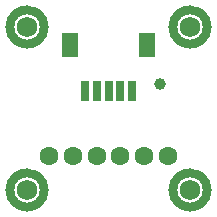
<source format=gts>
G04*
G04 #@! TF.GenerationSoftware,Altium Limited,Altium Designer,24.4.1 (13)*
G04*
G04 Layer_Color=8388736*
%FSLAX44Y44*%
%MOMM*%
G71*
G04*
G04 #@! TF.SameCoordinates,3A254B37-44D2-41AC-B17A-D77AFD25B485*
G04*
G04*
G04 #@! TF.FilePolarity,Negative*
G04*
G01*
G75*
%ADD16C,0.8000*%
%ADD17R,0.8032X1.7532*%
%ADD18R,1.4032X2.0032*%
%ADD19C,1.6032*%
%ADD20C,1.0032*%
%ADD21C,1.7272*%
D16*
X-54500Y-69000D02*
G03*
X-54500Y-69000I-14500J0D01*
G01*
Y69000D02*
G03*
X-54500Y69000I-14500J0D01*
G01*
X83500D02*
G03*
X83500Y69000I-14500J0D01*
G01*
Y-69000D02*
G03*
X83500Y-69000I-14500J0D01*
G01*
D17*
X10000Y14680D02*
D03*
X-20000D02*
D03*
X-10000D02*
D03*
X0D02*
D03*
X20000D02*
D03*
D18*
X-33000Y53430D02*
D03*
X33000D02*
D03*
D19*
X50000Y-40000D02*
D03*
X-50000D02*
D03*
X30000D02*
D03*
X-30000D02*
D03*
X10000D02*
D03*
X-10000D02*
D03*
D20*
X44000Y21000D02*
D03*
D21*
X-69000Y-69000D02*
D03*
X69000D02*
D03*
Y69000D02*
D03*
X-69000D02*
D03*
M02*

</source>
